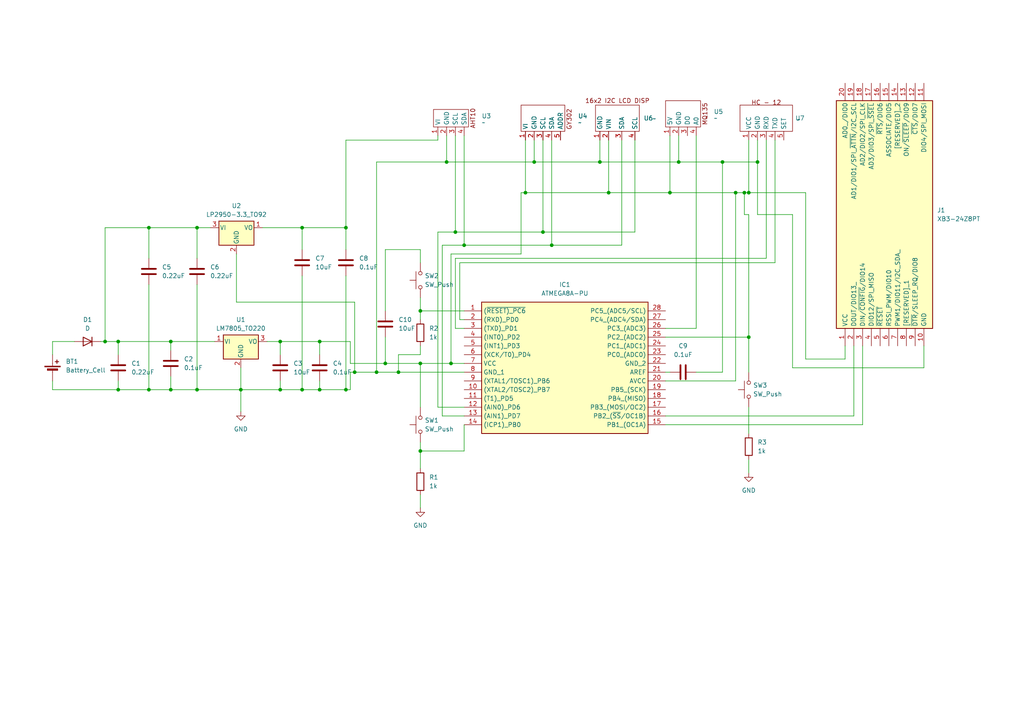
<source format=kicad_sch>
(kicad_sch (version 20250114) (generator "eeschema") (generator_version "9.0")
  (paper "A4")
  (lib_symbols
    (symbol "ATMEGA_8A:ATMEGA8A-PU"
      (property "Reference" "IC" (at 54.61 7.62 0))
      (property "Value" "ATMEGA8A-PU" (at 54.61 5.08 0))
      (symbol "ATMEGA8A-PU_1_1"
        (rectangle (start 5.08 2.54) (end 53.34 -35.56) (stroke (width 0.254)) (fill (type background)))
        (pin passive line (at 0 0 0) (length 5.08) (name "(~{RESET)_PC6}") (number "1"))
        (pin passive line (at 0 -2.54 0) (length 5.08) (name "(RXD)_PD0") (number "2"))
        (pin passive line (at 0 -5.08 0) (length 5.08) (name "(TXD)_PD1") (number "3"))
        (pin passive line (at 0 -7.62 0) (length 5.08) (name "(INT0)_PD2") (number "4"))
        (pin passive line (at 0 -10.16 0) (length 5.08) (name "(INT1)_PD3") (number "5"))
        (pin passive line (at 0 -12.7 0) (length 5.08) (name "(XCK/T0)_PD4") (number "6"))
        (pin passive line (at 0 -15.24 0) (length 5.08) (name "VCC") (number "7"))
        (pin passive line (at 0 -17.78 0) (length 5.08) (name "GND_1") (number "8"))
        (pin passive line (at 0 -20.32 0) (length 5.08) (name "(XTAL1/TOSC1)_PB6") (number "9"))
        (pin passive line (at 0 -22.86 0) (length 5.08) (name "(XTAL2/TOSC2)_PB7") (number "10"))
        (pin passive line (at 0 -25.4 0) (length 5.08) (name "(T1)_PD5") (number "11"))
        (pin passive line (at 0 -27.94 0) (length 5.08) (name "(AIN0)_PD6") (number "12"))
        (pin passive line (at 0 -30.48 0) (length 5.08) (name "(AIN1)_PD7") (number "13"))
        (pin passive line (at 0 -33.02 0) (length 5.08) (name "(ICP1)_PB0") (number "14"))
        (pin passive line (at 58.42 0 180) (length 5.08) (name "PC5_(ADC5/SCL)") (number "28"))
        (pin passive line (at 58.42 -2.54 180) (length 5.08) (name "PC4_(ADC4/SDA)") (number "27"))
        (pin passive line (at 58.42 -5.08 180) (length 5.08) (name "PC3_(ADC3)") (number "26"))
        (pin passive line (at 58.42 -7.62 180) (length 5.08) (name "PC2_(ADC2)") (number "25"))
        (pin passive line (at 58.42 -10.16 180) (length 5.08) (name "PC1_(ADC1)") (number "24"))
        (pin passive line (at 58.42 -12.7 180) (length 5.08) (name "PC0_(ADC0)") (number "23"))
        (pin passive line (at 58.42 -15.24 180) (length 5.08) (name "GND_2") (number "22"))
        (pin passive line (at 58.42 -17.78 180) (length 5.08) (name "AREF") (number "21"))
        (pin passive line (at 58.42 -20.32 180) (length 5.08) (name "AVCC") (number "20"))
        (pin passive line (at 58.42 -22.86 180) (length 5.08) (name "PB5_(SCK)") (number "19"))
        (pin passive line (at 58.42 -25.4 180) (length 5.08) (name "PB4_(MISO)") (number "18"))
        (pin passive line (at 58.42 -27.94 180) (length 5.08) (name "PB3_(MOSI/OC2)") (number "17"))
        (pin passive line (at 58.42 -30.48 180) (length 5.08) (name "PB2_(~{SS}/OC1B)") (number "16"))
        (pin passive line (at 58.42 -33.02 180) (length 5.08) (name "PB1_(OC1A)") (number "15"))
      )
    )
    (symbol "Device:Battery_Cell" (pin_numbers (hide yes)) (pin_names (offset 0) (hide yes))
      (property "Reference" "BT" (at 2.54 2.54 0))
      (property "Value" "Battery_Cell" (at 2.54 0 0))
      (symbol "Battery_Cell_0_1"
        (rectangle (start -2.286 1.778) (end 2.286 1.524) (fill (type outline)))
        (rectangle (start -1.524 1.016) (end 1.524 0.508) (fill (type outline)))
        (polyline (pts (xy 0 1.778) (xy 0 2.54)))
        (polyline (pts (xy 0 0.762) (xy 0 0)))
        (polyline (pts (xy 0.762 3.048) (xy 1.778 3.048)) (stroke (width 0.254)))
        (polyline (pts (xy 1.27 3.556) (xy 1.27 2.54)) (stroke (width 0.254)))
      )
      (symbol "Battery_Cell_1_1"
        (pin passive line (at 0 5.08 270) (length 2.54) (name "+") (number "1"))
        (pin passive line (at 0 -2.54 90) (length 2.54) (name "-") (number "2"))
      )
    )
    (symbol "Device:C" (pin_numbers (hide yes)) (pin_names (offset 0.254))
      (property "Reference" "C" (at 0.635 2.54 0))
      (property "Value" "C" (at 0.635 -2.54 0))
      (symbol "C_0_1"
        (polyline (pts (xy -2.032 0.762) (xy 2.032 0.762)) (stroke (width 0.508)))
        (polyline (pts (xy -2.032 -0.762) (xy 2.032 -0.762)) (stroke (width 0.508)))
      )
      (symbol "C_1_1"
        (pin passive line (at 0 3.81 270) (length 2.794) (name "~") (number "1"))
        (pin passive line (at 0 -3.81 90) (length 2.794) (name "~") (number "2"))
      )
    )
    (symbol "Device:D" (pin_numbers (hide yes)) (pin_names (offset 1.016) (hide yes))
      (property "Reference" "D" (at 0 2.54 0))
      (property "Value" "D" (at 0 -2.54 0))
      (symbol "D_0_1"
        (polyline (pts (xy -1.27 1.27) (xy -1.27 -1.27)) (stroke (width 0.254)))
        (polyline (pts (xy 1.27 1.27) (xy 1.27 -1.27) (xy -1.27 0) (xy 1.27 1.27)) (stroke (width 0.254)))
        (polyline (pts (xy 1.27 0) (xy -1.27 0)))
      )
      (symbol "D_1_1"
        (pin passive line (at -3.81 0 0) (length 2.54) (name "K") (number "1"))
        (pin passive line (at 3.81 0 180) (length 2.54) (name "A") (number "2"))
      )
    )
    (symbol "Device:R" (pin_numbers (hide yes)) (pin_names (offset 0))
      (property "Reference" "R" (at 2.032 0 90))
      (property "Value" "R" (at 0 0 90))
      (symbol "R_0_1"
        (rectangle (start -1.016 -2.54) (end 1.016 2.54) (stroke (width 0.254)))
      )
      (symbol "R_1_1"
        (pin passive line (at 0 3.81 270) (length 1.27) (name "~") (number "1"))
        (pin passive line (at 0 -3.81 90) (length 1.27) (name "~") (number "2"))
      )
    )
    (symbol "Power_Project:16x2_Display"
      (property "Reference" "U" (at 0 0 0))
      (symbol "16x2_Display_0_1"
        (rectangle (start -6.35 3.81) (end 6.35 -3.81))
      )
      (symbol "16x2_Display_1_1"
        (text "16x2 I2C LCD DISP\n" (at 0 5.08 0) (effects (font (size 1.27 1.27))))
        (pin power_in line (at -5.08 -6.35 90) (length 2.54) (name "GND") (number "1"))
        (pin power_in line (at -2.54 -6.35 90) (length 2.54) (name "VIN") (number "2"))
        (pin bidirectional line (at 1.27 -6.35 90) (length 2.54) (name "SDA") (number "3"))
        (pin bidirectional line (at 5.08 -6.35 90) (length 2.54) (name "SCL") (number "4"))
      )
    )
    (symbol "Power_Project:AHT10"
      (property "Reference" "U" (at 0 0 0))
      (symbol "AHT10_0_1"
        (rectangle (start -2.54 5.08) (end 2.54 -5.08))
      )
      (symbol "AHT10_1_1"
        (text "AHT10" (at 0 -6.35 0) (effects (font (size 1.27 1.27))))
        (pin power_in line (at -5.08 3.81 0) (length 2.54) (name "VI") (number "1"))
        (pin power_in line (at -5.08 1.27 0) (length 2.54) (name "GND") (number "2"))
        (pin bidirectional line (at -5.08 -1.27 0) (length 2.54) (name "SCL") (number "3"))
        (pin bidirectional line (at -5.08 -3.81 0) (length 2.54) (name "SDA") (number "4"))
      )
    )
    (symbol "Power_Project:GY302"
      (property "Reference" "U" (at 0 0 0))
      (symbol "GY302_0_1"
        (rectangle (start -3.81 6.35) (end 3.81 -6.35))
      )
      (symbol "GY302_1_1"
        (text "GY302\n" (at -0.254 -7.62 0) (effects (font (size 1.27 1.27))))
        (pin power_in line (at -6.35 5.08 0) (length 2.54) (name "VI") (number "1"))
        (pin power_in line (at -6.35 2.54 0) (length 2.54) (name "GND") (number "2"))
        (pin bidirectional line (at -6.35 0 0) (length 2.54) (name "SCL") (number "3"))
        (pin bidirectional line (at -6.35 -2.54 0) (length 2.54) (name "SDA") (number "4"))
        (pin bidirectional line (at -6.35 -5.08 0) (length 2.54) (name "ADDR") (number "5"))
      )
    )
    (symbol "Power_Project:HC_-_12_"
      (property "Reference" "U" (at 0 0 0))
      (symbol "HC_-_12__0_1"
        (rectangle (start -7.6199 3.81) (end 7.6199 -3.81))
      )
      (symbol "HC_-_12__1_1"
        (text "HC - 12" (at 0 4.572 0) (effects (font (size 1.27 1.27))))
        (pin power_in line (at -5.08 -6.35 90) (length 2.54) (name "VCC") (number "1"))
        (pin power_in line (at -2.54 -6.35 90) (length 2.54) (name "GND") (number "2"))
        (pin input line (at 0 -6.35 90) (length 2.54) (name "RXD") (number "3"))
        (pin output line (at 2.54 -6.35 90) (length 2.54) (name "TXD") (number "4"))
        (pin bidirectional line (at 5.08 -6.35 90) (length 2.54) (name "SET") (number "5"))
      )
    )
    (symbol "Power_Project:MQ135"
      (property "Reference" "U" (at 0 0 0))
      (symbol "MQ135_0_1"
        (rectangle (start -3.81 5.08) (end 3.81 -5.08))
      )
      (symbol "MQ135_1_1"
        (text "MQ135\n" (at 0 -6.35 0) (effects (font (size 1.27 1.27))))
        (pin power_in line (at -6.35 3.81 0) (length 2.54) (name "5V") (number "1"))
        (pin power_in line (at -6.35 1.27 0) (length 2.54) (name "GND") (number "2"))
        (pin output line (at -6.35 -1.27 0) (length 2.54) (name "DO") (number "3"))
        (pin output line (at -6.35 -3.81 0) (length 2.54) (name "A0") (number "4"))
      )
    )
    (symbol "Regulator_Linear:LM7805_TO220" (pin_names (offset 0.254))
      (property "Reference" "U" (at -3.81 3.175 0))
      (property "Value" "LM7805_TO220" (at 0 3.175 0))
      (symbol "LM7805_TO220_0_1"
        (rectangle (start -5.08 1.905) (end 5.08 -5.08) (stroke (width 0.254)) (fill (type background)))
      )
      (symbol "LM7805_TO220_1_1"
        (pin power_in line (at -7.62 0 0) (length 2.54) (name "VI") (number "1"))
        (pin power_in line (at 0 -7.62 90) (length 2.54) (name "GND") (number "2"))
        (pin power_out line (at 7.62 0 180) (length 2.54) (name "VO") (number "3"))
      )
    )
    (symbol "Regulator_Linear:LP2950-3.3_TO92" (pin_names (offset 0.254))
      (property "Reference" "U" (at -3.81 3.175 0))
      (property "Value" "LP2950-3.3_TO92" (at 0 3.175 0))
      (symbol "LP2950-3.3_TO92_0_1"
        (rectangle (start -5.08 -5.08) (end 5.08 1.905) (stroke (width 0.254)) (fill (type background)))
      )
      (symbol "LP2950-3.3_TO92_1_1"
        (pin power_in line (at -7.62 0 0) (length 2.54) (name "VI") (number "3"))
        (pin power_in line (at 0 -7.62 90) (length 2.54) (name "GND") (number "2"))
        (pin power_out line (at 7.62 0 180) (length 2.54) (name "VO") (number "1"))
      )
    )
    (symbol "Switch:SW_Push" (pin_numbers (hide yes)) (pin_names (offset 1.016) (hide yes))
      (property "Reference" "SW" (at 1.27 2.54 0))
      (property "Value" "SW_Push" (at 0 -1.524 0))
      (symbol "SW_Push_0_1"
        (circle (center -2.032 0) (radius 0.508))
        (polyline (pts (xy 0 1.27) (xy 0 3.048)))
        (circle (center 2.032 0) (radius 0.508))
        (polyline (pts (xy 2.54 1.27) (xy -2.54 1.27)))
        (pin passive line (at -5.08 0 0) (length 2.54) (name "1") (number "1"))
        (pin passive line (at 5.08 0 180) (length 2.54) (name "2") (number "2"))
      )
    )
    (symbol "XB3-24Z8PT:XB3-24Z8PT"
      (property "Reference" "J" (at 72.39 7.62 0))
      (property "Value" "XB3-24Z8PT" (at 72.39 5.08 0))
      (symbol "XB3-24Z8PT_1_1"
        (rectangle (start 5.08 2.54) (end 71.12 -25.4) (stroke (width 0.254)) (fill (type background)))
        (pin passive line (at 0 0 0) (length 5.08) (name "VCC") (number "1"))
        (pin passive line (at 0 -2.54 0) (length 5.08) (name "DOUT/DIO13_") (number "2"))
        (pin passive line (at 0 -5.08 0) (length 5.08) (name "DIN/~{CONFIG}/DIO14") (number "3"))
        (pin passive line (at 0 -7.62 0) (length 5.08) (name "DIO12/SPI_MISO") (number "4"))
        (pin passive line (at 0 -10.16 0) (length 5.08) (name "~{RESET}") (number "5"))
        (pin passive line (at 0 -12.7 0) (length 5.08) (name "RSSI_PWM/DIO10") (number "6"))
        (pin passive line (at 0 -15.24 0) (length 5.08) (name "PWM1/DIO11/I2C_SDA_") (number "7"))
        (pin passive line (at 0 -17.78 0) (length 5.08) (name "[RESERVED]_1") (number "8"))
        (pin passive line (at 0 -20.32 0) (length 5.08) (name "~{DTR}/SLEEP_RQ/DIO8") (number "9"))
        (pin passive line (at 0 -22.86 0) (length 5.08) (name "GND") (number "10"))
        (pin passive line (at 76.2 0 180) (length 5.08) (name "AD0_/DIO0") (number "20"))
        (pin passive line (at 76.2 -2.54 180) (length 5.08) (name "AD1/DIO1/SPI_~{ATTN}/I2C_SCL") (number "19"))
        (pin passive line (at 76.2 -5.08 180) (length 5.08) (name "AD2/DIO2/SPI_CLK") (number "18"))
        (pin passive line (at 76.2 -7.62 180) (length 5.08) (name "AD3/DIO3/SPI_~{SSEL}") (number "17"))
        (pin passive line (at 76.2 -10.16 180) (length 5.08) (name "~{RTS}/DIO6") (number "16"))
        (pin passive line (at 76.2 -12.7 180) (length 5.08) (name "ASSOCIATE/DIO5") (number "15"))
        (pin passive line (at 76.2 -15.24 180) (length 5.08) (name "[RESERVED]_2") (number "14"))
        (pin passive line (at 76.2 -17.78 180) (length 5.08) (name "ON/~{SLEEP}/DIO9") (number "13"))
        (pin passive line (at 76.2 -20.32 180) (length 5.08) (name "~{CTS}/DIO7") (number "12"))
        (pin passive line (at 76.2 -22.86 180) (length 5.08) (name "DIO4/SPI_MOSI") (number "11"))
      )
    )
    (symbol "power:GND" (power) (pin_numbers (hide yes)) (pin_names (offset 0) (hide yes))
      (property "Value" "GND" (at 0 -3.81 0))
      (symbol "GND_0_1"
        (polyline (pts (xy 0 0) (xy 0 -1.27) (xy 1.27 -1.27) (xy 0 -2.54) (xy -1.27 -1.27) (xy 0 -1.27)))
      )
      (symbol "GND_1_1"
        (pin power_in line (at 0 0 270) (length 0) (name "~") (number "1"))
      )
    )
  )
  (junction (at 129.54 46.99))
  (junction (at 69.85 113.03))
  (junction (at 160.02 71.12))
  (junction (at 92.71 113.03))
  (junction (at 209.55 46.99))
  (junction (at 34.29 113.03))
  (junction (at 100.33 113.03))
  (junction (at 196.85 46.99))
  (junction (at 43.18 113.03))
  (junction (at 121.92 130.81))
  (junction (at 157.48 67.31))
  (junction (at 30.48 99.06))
  (junction (at 132.08 67.31))
  (junction (at 49.53 99.06))
  (junction (at 34.29 99.06))
  (junction (at 57.15 66.04))
  (junction (at 87.63 113.03))
  (junction (at 121.92 105.41))
  (junction (at 81.28 113.03))
  (junction (at 176.53 55.88))
  (junction (at 215.9 55.88))
  (junction (at 109.22 107.95))
  (junction (at 152.4 55.88))
  (junction (at 87.63 66.04))
  (junction (at 130.81 105.41))
  (junction (at 43.18 66.04))
  (junction (at 57.15 113.03))
  (junction (at 194.31 55.88))
  (junction (at 154.94 46.99))
  (junction (at 121.92 90.17))
  (junction (at 115.57 107.95))
  (junction (at 173.99 46.99))
  (junction (at 213.36 55.88))
  (junction (at 102.87 107.95))
  (junction (at 81.28 99.06))
  (junction (at 219.71 46.99))
  (junction (at 100.33 66.04))
  (junction (at 134.62 71.12))
  (junction (at 92.71 99.06))
  (junction (at 217.17 55.88))
  (junction (at 111.76 105.41))
  (junction (at 217.17 97.79))
  (junction (at 49.53 113.03))
  (wire (pts (xy 69.85 113.03) (xy 69.85 119.38)))
  (wire (pts (xy 130.81 105.41) (xy 134.62 105.41)))
  (wire (pts (xy 81.28 99.06) (xy 81.28 102.87)))
  (wire (pts (xy 209.55 46.99) (xy 219.71 46.99)))
  (wire (pts (xy 217.17 62.23) (xy 215.9 62.23)))
  (wire (pts (xy 49.53 99.06) (xy 49.53 101.6)))
  (wire (pts (xy 81.28 99.06) (xy 92.71 99.06)))
  (wire (pts (xy 132.08 39.37) (xy 132.08 67.31)))
  (wire (pts (xy 15.24 113.03) (xy 34.29 113.03)))
  (wire (pts (xy 219.71 40.64) (xy 219.71 46.99)))
  (wire (pts (xy 92.71 110.49) (xy 92.71 113.03)))
  (wire (pts (xy 121.92 100.33) (xy 121.92 102.87)))
  (wire (pts (xy 111.76 72.39) (xy 121.92 72.39)))
  (wire (pts (xy 101.6 107.95) (xy 101.6 113.03)))
  (wire (pts (xy 152.4 55.88) (xy 176.53 55.88)))
  (wire (pts (xy 87.63 113.03) (xy 92.71 113.03)))
  (wire (pts (xy 132.08 95.25) (xy 132.08 74.93)))
  (wire (pts (xy 121.92 102.87) (xy 115.57 102.87)))
  (wire (pts (xy 92.71 113.03) (xy 100.33 113.03)))
  (wire (pts (xy 121.92 86.36) (xy 121.92 90.17)))
  (wire (pts (xy 217.17 55.88) (xy 233.68 55.88)))
  (wire (pts (xy 29.21 99.06) (xy 30.48 99.06)))
  (wire (pts (xy 127 39.37) (xy 127 40.64)))
  (wire (pts (xy 215.9 55.88) (xy 217.17 55.88)))
  (wire (pts (xy 193.04 123.19) (xy 250.19 123.19)))
  (wire (pts (xy 30.48 99.06) (xy 34.29 99.06)))
  (wire (pts (xy 115.57 102.87) (xy 115.57 107.95)))
  (wire (pts (xy 100.33 66.04) (xy 100.33 72.39)))
  (wire (pts (xy 57.15 66.04) (xy 60.96 66.04)))
  (wire (pts (xy 121.92 105.41) (xy 130.81 105.41)))
  (wire (pts (xy 128.27 71.12) (xy 134.62 71.12)))
  (wire (pts (xy 57.15 113.03) (xy 69.85 113.03)))
  (wire (pts (xy 151.13 55.88) (xy 152.4 55.88)))
  (wire (pts (xy 219.71 46.99) (xy 219.71 62.23)))
  (wire (pts (xy 134.62 95.25) (xy 132.08 95.25)))
  (wire (pts (xy 128.27 71.12) (xy 128.27 120.65)))
  (wire (pts (xy 43.18 113.03) (xy 49.53 113.03)))
  (wire (pts (xy 217.17 97.79) (xy 217.17 62.23)))
  (wire (pts (xy 134.62 71.12) (xy 160.02 71.12)))
  (wire (pts (xy 34.29 113.03) (xy 43.18 113.03)))
  (wire (pts (xy 134.62 39.37) (xy 134.62 71.12)))
  (wire (pts (xy 77.47 99.06) (xy 81.28 99.06)))
  (wire (pts (xy 102.87 107.95) (xy 109.22 107.95)))
  (wire (pts (xy 157.48 67.31) (xy 184.15 67.31)))
  (wire (pts (xy 129.54 39.37) (xy 129.54 46.99)))
  (wire (pts (xy 222.25 74.93) (xy 222.25 40.64)))
  (wire (pts (xy 157.48 40.64) (xy 157.48 67.31)))
  (wire (pts (xy 160.02 71.12) (xy 180.34 71.12)))
  (wire (pts (xy 15.24 113.03) (xy 15.24 110.49)))
  (wire (pts (xy 111.76 90.17) (xy 111.76 72.39)))
  (wire (pts (xy 129.54 46.99) (xy 154.94 46.99)))
  (wire (pts (xy 49.53 109.22) (xy 49.53 113.03)))
  (wire (pts (xy 101.6 113.03) (xy 100.33 113.03)))
  (wire (pts (xy 213.36 110.49) (xy 213.36 55.88)))
  (wire (pts (xy 176.53 55.88) (xy 176.53 40.64)))
  (wire (pts (xy 49.53 113.03) (xy 57.15 113.03)))
  (wire (pts (xy 245.11 104.14) (xy 245.11 100.33)))
  (wire (pts (xy 133.35 92.71) (xy 133.35 76.2)))
  (wire (pts (xy 34.29 110.49) (xy 34.29 113.03)))
  (wire (pts (xy 194.31 55.88) (xy 213.36 55.88)))
  (wire (pts (xy 184.15 67.31) (xy 184.15 40.64)))
  (wire (pts (xy 154.94 46.99) (xy 173.99 46.99)))
  (wire (pts (xy 130.81 105.41) (xy 130.81 73.66)))
  (wire (pts (xy 121.92 130.81) (xy 121.92 135.89)))
  (wire (pts (xy 101.6 105.41) (xy 111.76 105.41)))
  (wire (pts (xy 102.87 87.63) (xy 102.87 107.95)))
  (wire (pts (xy 215.9 62.23) (xy 215.9 55.88)))
  (wire (pts (xy 121.92 90.17) (xy 134.62 90.17)))
  (wire (pts (xy 34.29 99.06) (xy 34.29 102.87)))
  (wire (pts (xy 68.58 87.63) (xy 102.87 87.63)))
  (wire (pts (xy 43.18 82.55) (xy 43.18 113.03)))
  (wire (pts (xy 134.62 130.81) (xy 134.62 123.19)))
  (wire (pts (xy 217.17 118.11) (xy 217.17 125.73)))
  (wire (pts (xy 111.76 105.41) (xy 121.92 105.41)))
  (wire (pts (xy 43.18 66.04) (xy 30.48 66.04)))
  (wire (pts (xy 115.57 107.95) (xy 134.62 107.95)))
  (wire (pts (xy 233.68 55.88) (xy 233.68 104.14)))
  (wire (pts (xy 30.48 66.04) (xy 30.48 99.06)))
  (wire (pts (xy 193.04 110.49) (xy 213.36 110.49)))
  (wire (pts (xy 176.53 55.88) (xy 194.31 55.88)))
  (wire (pts (xy 209.55 46.99) (xy 209.55 107.95)))
  (wire (pts (xy 87.63 66.04) (xy 100.33 66.04)))
  (wire (pts (xy 130.81 73.66) (xy 151.13 73.66)))
  (wire (pts (xy 133.35 76.2) (xy 224.79 76.2)))
  (wire (pts (xy 134.62 118.11) (xy 127 118.11)))
  (wire (pts (xy 193.04 107.95) (xy 194.31 107.95)))
  (wire (pts (xy 76.2 66.04) (xy 87.63 66.04)))
  (wire (pts (xy 196.85 46.99) (xy 209.55 46.99)))
  (wire (pts (xy 152.4 40.64) (xy 152.4 55.88)))
  (wire (pts (xy 129.54 46.99) (xy 109.22 46.99)))
  (wire (pts (xy 100.33 40.64) (xy 100.33 66.04)))
  (wire (pts (xy 101.6 99.06) (xy 101.6 105.41)))
  (wire (pts (xy 109.22 107.95) (xy 115.57 107.95)))
  (wire (pts (xy 217.17 107.95) (xy 217.17 97.79)))
  (wire (pts (xy 132.08 74.93) (xy 222.25 74.93)))
  (wire (pts (xy 229.87 62.23) (xy 219.71 62.23)))
  (wire (pts (xy 49.53 99.06) (xy 62.23 99.06)))
  (wire (pts (xy 81.28 113.03) (xy 87.63 113.03)))
  (wire (pts (xy 224.79 76.2) (xy 224.79 40.64)))
  (wire (pts (xy 132.08 67.31) (xy 157.48 67.31)))
  (wire (pts (xy 134.62 92.71) (xy 133.35 92.71)))
  (wire (pts (xy 15.24 99.06) (xy 21.59 99.06)))
  (wire (pts (xy 194.31 39.37) (xy 194.31 55.88)))
  (wire (pts (xy 43.18 66.04) (xy 57.15 66.04)))
  (wire (pts (xy 233.68 104.14) (xy 245.11 104.14)))
  (wire (pts (xy 121.92 90.17) (xy 121.92 92.71)))
  (wire (pts (xy 247.65 120.65) (xy 247.65 100.33)))
  (wire (pts (xy 217.17 40.64) (xy 217.17 55.88)))
  (wire (pts (xy 101.6 107.95) (xy 102.87 107.95)))
  (wire (pts (xy 81.28 110.49) (xy 81.28 113.03)))
  (wire (pts (xy 151.13 73.66) (xy 151.13 55.88)))
  (wire (pts (xy 43.18 66.04) (xy 43.18 74.93)))
  (wire (pts (xy 15.24 99.06) (xy 15.24 102.87)))
  (wire (pts (xy 213.36 55.88) (xy 215.9 55.88)))
  (wire (pts (xy 87.63 80.01) (xy 87.63 113.03)))
  (wire (pts (xy 196.85 39.37) (xy 196.85 46.99)))
  (wire (pts (xy 68.58 73.66) (xy 68.58 87.63)))
  (wire (pts (xy 87.63 66.04) (xy 87.63 72.39)))
  (wire (pts (xy 57.15 66.04) (xy 57.15 74.93)))
  (wire (pts (xy 100.33 40.64) (xy 127 40.64)))
  (wire (pts (xy 57.15 82.55) (xy 57.15 113.03)))
  (wire (pts (xy 69.85 106.68) (xy 69.85 113.03)))
  (wire (pts (xy 121.92 118.11) (xy 121.92 105.41)))
  (wire (pts (xy 201.93 107.95) (xy 209.55 107.95)))
  (wire (pts (xy 160.02 40.64) (xy 160.02 71.12)))
  (wire (pts (xy 201.93 39.37) (xy 201.93 95.25)))
  (wire (pts (xy 173.99 46.99) (xy 196.85 46.99)))
  (wire (pts (xy 173.99 40.64) (xy 173.99 46.99)))
  (wire (pts (xy 121.92 130.81) (xy 121.92 128.27)))
  (wire (pts (xy 229.87 106.68) (xy 229.87 62.23)))
  (wire (pts (xy 121.92 143.51) (xy 121.92 147.32)))
  (wire (pts (xy 201.93 95.25) (xy 193.04 95.25)))
  (wire (pts (xy 111.76 97.79) (xy 111.76 105.41)))
  (wire (pts (xy 267.97 100.33) (xy 267.97 106.68)))
  (wire (pts (xy 109.22 46.99) (xy 109.22 107.95)))
  (wire (pts (xy 92.71 99.06) (xy 101.6 99.06)))
  (wire (pts (xy 127 67.31) (xy 127 118.11)))
  (wire (pts (xy 217.17 97.79) (xy 193.04 97.79)))
  (wire (pts (xy 69.85 113.03) (xy 81.28 113.03)))
  (wire (pts (xy 121.92 130.81) (xy 134.62 130.81)))
  (wire (pts (xy 34.29 99.06) (xy 49.53 99.06)))
  (wire (pts (xy 193.04 120.65) (xy 247.65 120.65)))
  (wire (pts (xy 121.92 72.39) (xy 121.92 76.2)))
  (wire (pts (xy 180.34 71.12) (xy 180.34 40.64)))
  (wire (pts (xy 92.71 99.06) (xy 92.71 102.87)))
  (wire (pts (xy 128.27 120.65) (xy 134.62 120.65)))
  (wire (pts (xy 250.19 100.33) (xy 250.19 123.19)))
  (wire (pts (xy 154.94 40.64) (xy 154.94 46.99)))
  (wire (pts (xy 267.97 106.68) (xy 229.87 106.68)))
  (wire (pts (xy 217.17 133.35) (xy 217.17 137.16)))
  (wire (pts (xy 100.33 80.01) (xy 100.33 113.03)))
  (wire (pts (xy 127 67.31) (xy 132.08 67.31)))
  (symbol (lib_id "Power_Project:16x2_Display") (at 179.07 34.29 0) (unit 1)
    (property "Reference" "U6" (at 186.69 34.29 0) (effects (justify left)))
    (property "Value" "~" (at 189.23 34.4142 0) (effects (justify left)))
  )
  (symbol (lib_id "Device:C") (at 49.53 105.41 0) (unit 1)
    (property "Reference" "C2" (at 53.34 104.1399 0) (effects (justify left)))
    (property "Value" "0.1uF" (at 53.34 106.6799 0) (effects (justify left)))
    (property "Description" "Unpolarized capacitor" (effects (hide yes)))
  )
  (symbol (lib_id "Power_Project:MQ135") (at 198.12 33.02 90) (unit 1)
    (property "Reference" "U5" (at 207.01 32.3849 90) (effects (justify right)))
    (property "Value" "~" (at 207.01 34.29 90) (effects (justify right)))
  )
  (symbol (lib_id "Device:R") (at 121.92 96.52 0) (unit 1)
    (property "Reference" "R2" (at 124.46 95.2499 0) (effects (justify left)))
    (property "Value" "1k" (at 124.46 97.7899 0) (effects (justify left)))
    (property "Description" "Resistor" (effects (hide yes)))
  )
  (symbol (lib_id "Device:R") (at 121.92 139.7 0) (unit 1)
    (property "Reference" "R1" (at 124.46 138.4299 0) (effects (justify left)))
    (property "Value" "1k" (at 124.46 140.9699 0) (effects (justify left)))
    (property "Description" "Resistor" (effects (hide yes)))
  )
  (symbol (lib_id "Device:C") (at 87.63 76.2 0) (unit 1)
    (property "Reference" "C7" (at 91.44 74.9299 0) (effects (justify left)))
    (property "Value" "10uF" (at 91.44 77.4699 0) (effects (justify left)))
    (property "Description" "Unpolarized capacitor" (effects (hide yes)))
  )
  (symbol (lib_id "Device:C") (at 198.12 107.95 90) (unit 1)
    (property "Reference" "C9" (at 198.12 100.33 90))
    (property "Value" "0.1uF" (at 198.12 102.87 90))
    (property "Description" "Unpolarized capacitor" (effects (hide yes)))
  )
  (symbol (lib_id "power:GND") (at 121.92 147.32 0) (unit 1)
    (property "Reference" "#PWR02" (effects (hide yes)))
    (property "Value" "GND" (at 121.92 152.4 0))
    (property "Description" "Power symbol creates a global label with name \"GND\" , ground" (effects (hide yes)))
  )
  (symbol (lib_id "Power_Project:HC_-_12_") (at 222.25 34.29 0) (unit 1)
    (property "Reference" "U7" (at 230.632 34.29 0) (effects (justify left)))
    (property "Value" "~" (at 231.14 34.6682 0) (effects (justify left)))
  )
  (symbol (lib_id "power:GND") (at 217.17 137.16 0) (unit 1)
    (property "Reference" "#PWR03" (effects (hide yes)))
    (property "Value" "GND" (at 217.17 142.24 0))
    (property "Description" "Power symbol creates a global label with name \"GND\" , ground" (effects (hide yes)))
  )
  (symbol (lib_id "Device:C") (at 100.33 76.2 0) (unit 1)
    (property "Reference" "C8" (at 104.14 74.9299 0) (effects (justify left)))
    (property "Value" "0.1uF" (at 104.14 77.4699 0) (effects (justify left)))
    (property "Description" "Unpolarized capacitor" (effects (hide yes)))
  )
  (symbol (lib_id "Switch:SW_Push") (at 121.92 81.28 90) (unit 1)
    (property "Reference" "SW2" (at 123.19 80.0099 90) (effects (justify right)))
    (property "Value" "SW_Push" (at 123.19 82.5499 90) (effects (justify right)))
    (property "Description" "Push button switch, generic, two pins" (effects (hide yes)))
  )
  (symbol (lib_id "Device:C") (at 111.76 93.98 0) (unit 1)
    (property "Reference" "C10" (at 115.57 92.7099 0) (effects (justify left)))
    (property "Value" "10uF" (at 115.57 95.2499 0) (effects (justify left)))
    (property "Description" "Unpolarized capacitor" (effects (hide yes)))
  )
  (symbol (lib_id "Device:Battery_Cell") (at 15.24 107.95 0) (unit 1)
    (property "Reference" "BT1" (at 19.05 104.8384 0) (effects (justify left)))
    (property "Value" "Battery_Cell" (at 19.05 107.3784 0) (effects (justify left)))
    (property "Description" "Single-cell battery" (effects (hide yes)))
  )
  (symbol (lib_id "Power_Project:AHT10") (at 130.81 34.29 90) (unit 1)
    (property "Reference" "U3" (at 139.7 33.6548 90) (effects (justify right)))
    (property "Value" "~" (at 139.7 35.5599 90) (effects (justify right)))
  )
  (symbol (lib_id "ATMEGA_8A:ATMEGA8A-PU") (at 134.62 90.17 0) (unit 1)
    (property "Reference" "IC1" (at 163.83 82.55 0))
    (property "Value" "ATMEGA8A-PU" (at 163.83 85.09 0))
    (property "Footprint" "DIP794W53P254L3467H457Q28N" (effects (hide yes)))
    (property "Datasheet" "http://www.atmel.com/images/atmel-8159-8-bit-avr-microcontroller-atmega8a_summary.pdf" (effects (hide yes)))
    (property "Description" "ATMEGA8A-PU, 8 bit AVR Microcontroller 16MHz 512 B, 8 kB Flash, 1 kB RAM, I2C 28-Pin PDIP" (effects (hide yes)))
    (property "Height" "4.572" (effects (hide yes)))
    (property "Mouser Part Number" "556-ATMEGA8A-PU" (effects (hide yes)))
    (property "Mouser Price/Stock" "https://www.mouser.co.uk/ProductDetail/Microchip-Technology/ATMEGA8A-PU?qs=iKytVS9glgYDJuUgqldMDA%3D%3D" (effects (hide yes)))
    (property "Manufacturer_Name" "Microchip" (effects (hide yes)))
    (property "Manufacturer_Part_Number" "ATMEGA8A-PU" (effects (hide yes)))
  )
  (symbol (lib_id "Device:C") (at 57.15 78.74 0) (unit 1)
    (property "Reference" "C6" (at 60.96 77.4699 0) (effects (justify left)))
    (property "Value" "0.22uF" (at 60.96 80.0099 0) (effects (justify left)))
    (property "Description" "Unpolarized capacitor" (effects (hide yes)))
  )
  (symbol (lib_id "Switch:SW_Push") (at 121.92 123.19 90) (unit 1)
    (property "Reference" "SW1" (at 123.19 121.9199 90) (effects (justify right)))
    (property "Value" "SW_Push" (at 123.19 124.4599 90) (effects (justify right)))
    (property "Description" "Push button switch, generic, two pins" (effects (hide yes)))
  )
  (symbol (lib_id "Regulator_Linear:LP2950-3.3_TO92") (at 68.58 66.04 0) (unit 1)
    (property "Reference" "U2" (at 68.58 59.69 0))
    (property "Value" "LP2950-3.3_TO92" (at 68.58 62.23 0))
    (property "Footprint" "Package_TO_SOT_THT:TO-92_Inline" (effects (hide yes)))
    (property "Datasheet" "http://www.ti.com/lit/ds/symlink/lp2950.pdf" (effects (hide yes)))
    (property "Description" "Positive 100mA 30V Linear Micropower Voltage Regulator, Fixed Output 3.3V, TO-92" (effects (hide yes)))
  )
  (symbol (lib_id "Device:R") (at 217.17 129.54 0) (unit 1)
    (property "Reference" "R3" (at 219.71 128.2699 0) (effects (justify left)))
    (property "Value" "1k" (at 219.71 130.8099 0) (effects (justify left)))
    (property "Description" "Resistor" (effects (hide yes)))
  )
  (symbol (lib_id "Switch:SW_Push") (at 217.17 113.03 90) (unit 1)
    (property "Reference" "SW3" (at 218.44 111.7599 90) (effects (justify right)))
    (property "Value" "SW_Push" (at 218.44 114.2999 90) (effects (justify right)))
    (property "Description" "Push button switch, generic, two pins" (effects (hide yes)))
  )
  (symbol (lib_id "Device:C") (at 43.18 78.74 0) (unit 1)
    (property "Reference" "C5" (at 46.99 77.4699 0) (effects (justify left)))
    (property "Value" "0.22uF" (at 46.99 80.0099 0) (effects (justify left)))
    (property "Description" "Unpolarized capacitor" (effects (hide yes)))
  )
  (symbol (lib_id "Device:C") (at 81.28 106.68 0) (unit 1)
    (property "Reference" "C3" (at 85.09 105.4099 0) (effects (justify left)))
    (property "Value" "10uF" (at 85.09 107.9499 0) (effects (justify left)))
    (property "Description" "Unpolarized capacitor" (effects (hide yes)))
  )
  (symbol (lib_id "power:GND") (at 69.85 119.38 0) (unit 1)
    (property "Reference" "#PWR01" (effects (hide yes)))
    (property "Value" "GND" (at 69.85 124.46 0))
    (property "Description" "Power symbol creates a global label with name \"GND\" , ground" (effects (hide yes)))
  )
  (symbol (lib_id "Device:D") (at 25.4 99.06 180) (unit 1)
    (property "Reference" "D1" (at 25.4 92.71 0))
    (property "Value" "D" (at 25.4 95.25 0))
    (property "Description" "Diode" (effects (hide yes)))
    (property "Sim.Device" "D" (effects (hide yes)))
    (property "Sim.Pins" "1=K 2=A" (effects (hide yes)))
  )
  (symbol (lib_id "Device:C") (at 92.71 106.68 0) (unit 1)
    (property "Reference" "C4" (at 96.52 105.4099 0) (effects (justify left)))
    (property "Value" "0.1uF" (at 96.52 107.9499 0) (effects (justify left)))
    (property "Description" "Unpolarized capacitor" (effects (hide yes)))
  )
  (symbol (lib_id "Power_Project:GY302") (at 157.48 34.29 90) (unit 1)
    (property "Reference" "U4" (at 167.64 33.6549 90) (effects (justify right)))
    (property "Value" "~" (at 167.64 35.56 90) (effects (justify right)))
  )
  (symbol (lib_id "Regulator_Linear:LM7805_TO220") (at 69.85 99.06 0) (unit 1)
    (property "Reference" "U1" (at 69.85 92.71 0))
    (property "Value" "LM7805_TO220" (at 69.85 95.25 0))
    (property "Footprint" "Package_TO_SOT_THT:TO-220-3_Vertical" (effects (hide yes)))
    (property "Datasheet" "https://www.onsemi.cn/PowerSolutions/document/MC7800-D.PDF" (effects (hide yes)))
    (property "Description" "Positive 1A 35V Linear Regulator, Fixed Output 5V, TO-220" (effects (hide yes)))
  )
  (symbol (lib_id "XB3-24Z8PT:XB3-24Z8PT") (at 245.11 100.33 90) (unit 1)
    (property "Reference" "J1" (at 271.78 60.9599 90) (effects (justify right)))
    (property "Value" "XB3-24Z8PT" (at 271.78 63.4999 90) (effects (justify right)))
    (property "Footprint" "XB324Z8PT" (effects (hide yes)))
    (property "Description" "Zigbee Modules (802.15.4) XBee3 PRO,2.4 Ghz ZB 3.0, PCB Ant, TH MT" (effects (hide yes)))
    (property "Height" "3.2512" (effects (hide yes)))
    (property "Mouser Part Number" "888-XB3-24Z8PT" (effects (hide yes)))
    (property "Mouser Price/Stock" "https://www.mouser.co.uk/ProductDetail/Digi/XB3-24Z8PT?qs=W0yvOO0ixfGJCPU68T9B%2Fw%3D%3D" (effects (hide yes)))
    (property "Manufacturer_Name" "DIGI" (effects (hide yes)))
    (property "Manufacturer_Part_Number" "XB3-24Z8PT" (effects (hide yes)))
  )
  (symbol (lib_id "Device:C") (at 34.29 106.68 0) (unit 1)
    (property "Reference" "C1" (at 38.1 105.4099 0) (effects (justify left)))
    (property "Value" "0.22uF" (at 38.1 107.9499 0) (effects (justify left)))
    (property "Description" "Unpolarized capacitor" (effects (hide yes)))
  )
)
</source>
